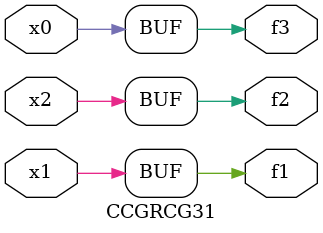
<source format=v>
module CCGRCG31(
	input x0, x1, x2,
	output f1, f2, f3
);
	assign f1 = x1;
	assign f2 = x2;
	assign f3 = x0;
endmodule

</source>
